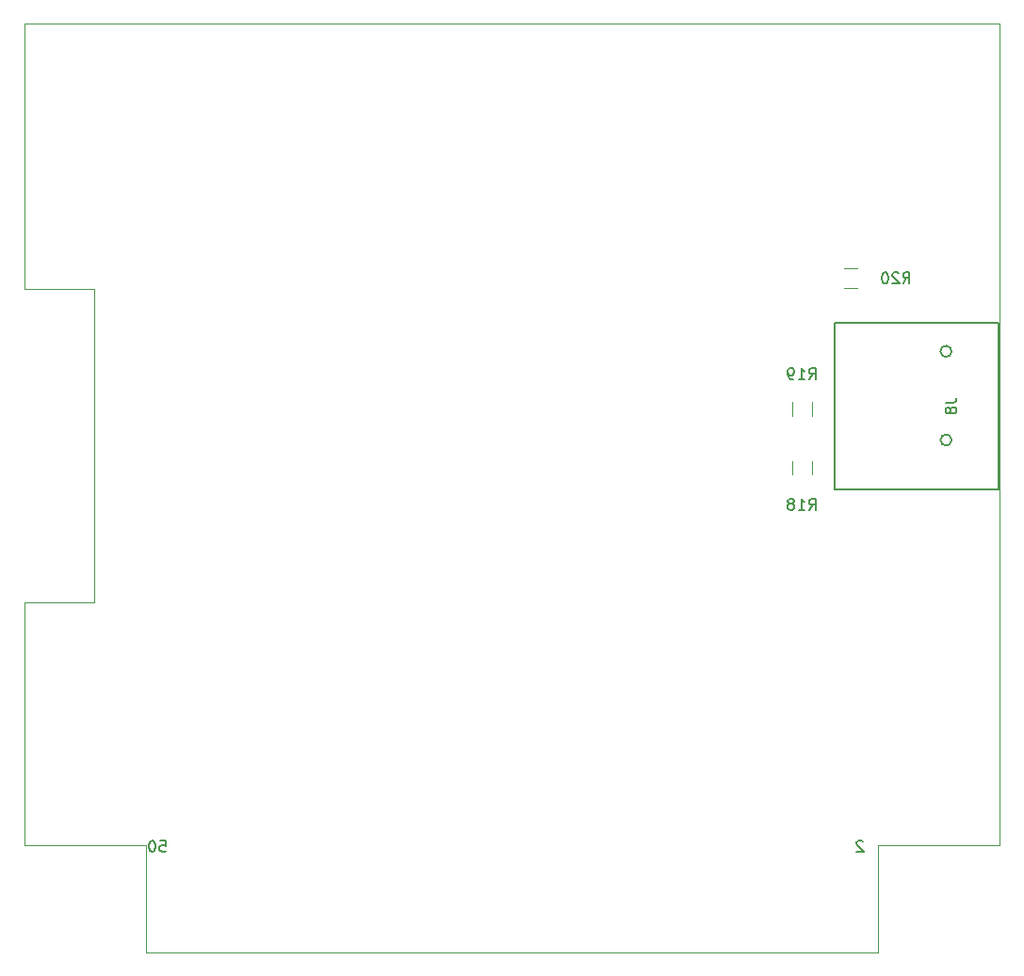
<source format=gbr>
G04 #@! TF.GenerationSoftware,KiCad,Pcbnew,(5.1.5)-3*
G04 #@! TF.CreationDate,2021-08-25T17:47:22+12:00*
G04 #@! TF.ProjectId,PocketTRS,506f636b-6574-4545-9253-2e6b69636164,rev?*
G04 #@! TF.SameCoordinates,Original*
G04 #@! TF.FileFunction,Legend,Bot*
G04 #@! TF.FilePolarity,Positive*
%FSLAX46Y46*%
G04 Gerber Fmt 4.6, Leading zero omitted, Abs format (unit mm)*
G04 Created by KiCad (PCBNEW (5.1.5)-3) date 2021-08-25 17:47:22*
%MOMM*%
%LPD*%
G04 APERTURE LIST*
%ADD10C,0.150000*%
%ADD11C,0.050000*%
%ADD12C,0.120000*%
G04 APERTURE END LIST*
D10*
X177276095Y-135469380D02*
X177752285Y-135469380D01*
X177799904Y-135945571D01*
X177752285Y-135897952D01*
X177657047Y-135850333D01*
X177418952Y-135850333D01*
X177323714Y-135897952D01*
X177276095Y-135945571D01*
X177228476Y-136040809D01*
X177228476Y-136278904D01*
X177276095Y-136374142D01*
X177323714Y-136421761D01*
X177418952Y-136469380D01*
X177657047Y-136469380D01*
X177752285Y-136421761D01*
X177799904Y-136374142D01*
X176609428Y-135469380D02*
X176514190Y-135469380D01*
X176418952Y-135517000D01*
X176371333Y-135564619D01*
X176323714Y-135659857D01*
X176276095Y-135850333D01*
X176276095Y-136088428D01*
X176323714Y-136278904D01*
X176371333Y-136374142D01*
X176418952Y-136421761D01*
X176514190Y-136469380D01*
X176609428Y-136469380D01*
X176704666Y-136421761D01*
X176752285Y-136374142D01*
X176799904Y-136278904D01*
X176847523Y-136088428D01*
X176847523Y-135850333D01*
X176799904Y-135659857D01*
X176752285Y-135564619D01*
X176704666Y-135517000D01*
X176609428Y-135469380D01*
X240442714Y-135564619D02*
X240395095Y-135517000D01*
X240299857Y-135469380D01*
X240061761Y-135469380D01*
X239966523Y-135517000D01*
X239918904Y-135564619D01*
X239871285Y-135659857D01*
X239871285Y-135755095D01*
X239918904Y-135897952D01*
X240490333Y-136469380D01*
X239871285Y-136469380D01*
D11*
X175260000Y-135890000D02*
X176022000Y-135890000D01*
X241808000Y-145542000D02*
X241300000Y-145542000D01*
X241808000Y-135890000D02*
X252730000Y-135890000D01*
X241808000Y-145542000D02*
X241808000Y-135890000D01*
X176022000Y-145542000D02*
X241300000Y-145542000D01*
X176022000Y-135890000D02*
X176022000Y-145542000D01*
X165100000Y-135890000D02*
X175260000Y-135890000D01*
X165100000Y-135890000D02*
X165100000Y-114046000D01*
X165100000Y-64770000D02*
X165100000Y-85852000D01*
X171323000Y-85852000D02*
X171323000Y-90805000D01*
X171323000Y-85852000D02*
X165100000Y-85852000D01*
X171323000Y-114046000D02*
X171323000Y-90805000D01*
X165100000Y-114046000D02*
X171323000Y-114046000D01*
X252730000Y-64770000D02*
X252730000Y-61976000D01*
X165100000Y-61976000D02*
X165100000Y-64770000D01*
X252730000Y-64770000D02*
X252730000Y-135890000D01*
X165100000Y-61976000D02*
X252730000Y-61976000D01*
D10*
X248404000Y-91463000D02*
G75*
G03X248404000Y-91463000I-500000J0D01*
G01*
X248404000Y-99443000D02*
G75*
G03X248404000Y-99443000I-500000J0D01*
G01*
X237904000Y-88893000D02*
X237904000Y-103893000D01*
X237904000Y-103893000D02*
X252604000Y-103893000D01*
X252604000Y-103893000D02*
X252604000Y-88893000D01*
X252604000Y-88893000D02*
X237904000Y-88893000D01*
D12*
X235830000Y-102517500D02*
X235830000Y-101317500D01*
X234070000Y-101317500D02*
X234070000Y-102517500D01*
X234070000Y-96047000D02*
X234070000Y-97247000D01*
X235830000Y-97247000D02*
X235830000Y-96047000D01*
X238731500Y-85779500D02*
X239931500Y-85779500D01*
X239931500Y-84019500D02*
X238731500Y-84019500D01*
D10*
X247856380Y-96059666D02*
X248570666Y-96059666D01*
X248713523Y-96012047D01*
X248808761Y-95916809D01*
X248856380Y-95773952D01*
X248856380Y-95678714D01*
X248284952Y-96678714D02*
X248237333Y-96583476D01*
X248189714Y-96535857D01*
X248094476Y-96488238D01*
X248046857Y-96488238D01*
X247951619Y-96535857D01*
X247904000Y-96583476D01*
X247856380Y-96678714D01*
X247856380Y-96869190D01*
X247904000Y-96964428D01*
X247951619Y-97012047D01*
X248046857Y-97059666D01*
X248094476Y-97059666D01*
X248189714Y-97012047D01*
X248237333Y-96964428D01*
X248284952Y-96869190D01*
X248284952Y-96678714D01*
X248332571Y-96583476D01*
X248380190Y-96535857D01*
X248475428Y-96488238D01*
X248665904Y-96488238D01*
X248761142Y-96535857D01*
X248808761Y-96583476D01*
X248856380Y-96678714D01*
X248856380Y-96869190D01*
X248808761Y-96964428D01*
X248761142Y-97012047D01*
X248665904Y-97059666D01*
X248475428Y-97059666D01*
X248380190Y-97012047D01*
X248332571Y-96964428D01*
X248284952Y-96869190D01*
X235592857Y-105735380D02*
X235926190Y-105259190D01*
X236164285Y-105735380D02*
X236164285Y-104735380D01*
X235783333Y-104735380D01*
X235688095Y-104783000D01*
X235640476Y-104830619D01*
X235592857Y-104925857D01*
X235592857Y-105068714D01*
X235640476Y-105163952D01*
X235688095Y-105211571D01*
X235783333Y-105259190D01*
X236164285Y-105259190D01*
X234640476Y-105735380D02*
X235211904Y-105735380D01*
X234926190Y-105735380D02*
X234926190Y-104735380D01*
X235021428Y-104878238D01*
X235116666Y-104973476D01*
X235211904Y-105021095D01*
X234069047Y-105163952D02*
X234164285Y-105116333D01*
X234211904Y-105068714D01*
X234259523Y-104973476D01*
X234259523Y-104925857D01*
X234211904Y-104830619D01*
X234164285Y-104783000D01*
X234069047Y-104735380D01*
X233878571Y-104735380D01*
X233783333Y-104783000D01*
X233735714Y-104830619D01*
X233688095Y-104925857D01*
X233688095Y-104973476D01*
X233735714Y-105068714D01*
X233783333Y-105116333D01*
X233878571Y-105163952D01*
X234069047Y-105163952D01*
X234164285Y-105211571D01*
X234211904Y-105259190D01*
X234259523Y-105354428D01*
X234259523Y-105544904D01*
X234211904Y-105640142D01*
X234164285Y-105687761D01*
X234069047Y-105735380D01*
X233878571Y-105735380D01*
X233783333Y-105687761D01*
X233735714Y-105640142D01*
X233688095Y-105544904D01*
X233688095Y-105354428D01*
X233735714Y-105259190D01*
X233783333Y-105211571D01*
X233878571Y-105163952D01*
X235592857Y-93987880D02*
X235926190Y-93511690D01*
X236164285Y-93987880D02*
X236164285Y-92987880D01*
X235783333Y-92987880D01*
X235688095Y-93035500D01*
X235640476Y-93083119D01*
X235592857Y-93178357D01*
X235592857Y-93321214D01*
X235640476Y-93416452D01*
X235688095Y-93464071D01*
X235783333Y-93511690D01*
X236164285Y-93511690D01*
X234640476Y-93987880D02*
X235211904Y-93987880D01*
X234926190Y-93987880D02*
X234926190Y-92987880D01*
X235021428Y-93130738D01*
X235116666Y-93225976D01*
X235211904Y-93273595D01*
X234164285Y-93987880D02*
X233973809Y-93987880D01*
X233878571Y-93940261D01*
X233830952Y-93892642D01*
X233735714Y-93749785D01*
X233688095Y-93559309D01*
X233688095Y-93178357D01*
X233735714Y-93083119D01*
X233783333Y-93035500D01*
X233878571Y-92987880D01*
X234069047Y-92987880D01*
X234164285Y-93035500D01*
X234211904Y-93083119D01*
X234259523Y-93178357D01*
X234259523Y-93416452D01*
X234211904Y-93511690D01*
X234164285Y-93559309D01*
X234069047Y-93606928D01*
X233878571Y-93606928D01*
X233783333Y-93559309D01*
X233735714Y-93511690D01*
X233688095Y-93416452D01*
X244038357Y-85351880D02*
X244371690Y-84875690D01*
X244609785Y-85351880D02*
X244609785Y-84351880D01*
X244228833Y-84351880D01*
X244133595Y-84399500D01*
X244085976Y-84447119D01*
X244038357Y-84542357D01*
X244038357Y-84685214D01*
X244085976Y-84780452D01*
X244133595Y-84828071D01*
X244228833Y-84875690D01*
X244609785Y-84875690D01*
X243657404Y-84447119D02*
X243609785Y-84399500D01*
X243514547Y-84351880D01*
X243276452Y-84351880D01*
X243181214Y-84399500D01*
X243133595Y-84447119D01*
X243085976Y-84542357D01*
X243085976Y-84637595D01*
X243133595Y-84780452D01*
X243705023Y-85351880D01*
X243085976Y-85351880D01*
X242466928Y-84351880D02*
X242371690Y-84351880D01*
X242276452Y-84399500D01*
X242228833Y-84447119D01*
X242181214Y-84542357D01*
X242133595Y-84732833D01*
X242133595Y-84970928D01*
X242181214Y-85161404D01*
X242228833Y-85256642D01*
X242276452Y-85304261D01*
X242371690Y-85351880D01*
X242466928Y-85351880D01*
X242562166Y-85304261D01*
X242609785Y-85256642D01*
X242657404Y-85161404D01*
X242705023Y-84970928D01*
X242705023Y-84732833D01*
X242657404Y-84542357D01*
X242609785Y-84447119D01*
X242562166Y-84399500D01*
X242466928Y-84351880D01*
M02*

</source>
